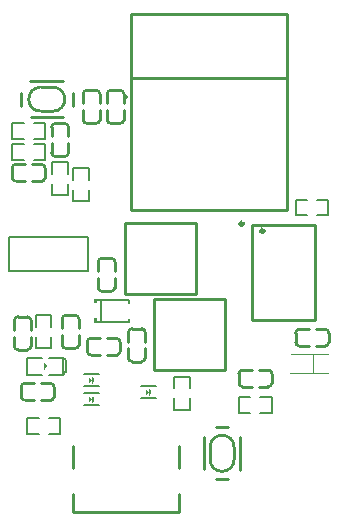
<source format=gto>
G04 Layer: TopSilkscreenLayer*
G04 EasyEDA v6.5.44, 2024-08-01 17:58:32*
G04 bf16dfa8b14249528ce45edaced80a03,d882a8cb847549dbb05e31b2b695811d,10*
G04 Gerber Generator version 0.2*
G04 Scale: 100 percent, Rotated: No, Reflected: No *
G04 Dimensions in millimeters *
G04 leading zeros omitted , absolute positions ,4 integer and 5 decimal *
%FSLAX45Y45*%
%MOMM*%

%ADD10C,0.2540*%
%ADD11C,0.1524*%
%ADD12C,0.1500*%
%ADD13C,0.1300*%
%ADD14C,0.1000*%
%ADD15C,0.0800*%
%ADD16C,0.3000*%
%ADD17C,0.0189*%

%LPD*%
G36*
X4495952Y4949901D02*
G01*
X4494987Y4877917D01*
X4520946Y4913884D01*
G37*
G36*
X4917998Y5484012D02*
G01*
X4917998Y5447030D01*
X4948478Y5447030D01*
X4948478Y5484012D01*
G37*
G36*
X4917998Y5320538D02*
G01*
X4917998Y5283555D01*
X4948478Y5283555D01*
X4948478Y5320538D01*
G37*
G36*
X5360416Y4725924D02*
G01*
X5360416Y4670044D01*
X5383276Y4697984D01*
G37*
G36*
X5406136Y4725924D02*
G01*
X5383276Y4697984D01*
X5406136Y4670044D01*
G37*
G36*
X4923536Y4827524D02*
G01*
X4900676Y4799584D01*
X4923536Y4771644D01*
G37*
G36*
X4877816Y4827524D02*
G01*
X4877816Y4771644D01*
X4900676Y4799584D01*
G37*
G36*
X4923536Y4662424D02*
G01*
X4900676Y4634484D01*
X4923536Y4606544D01*
G37*
G36*
X4877816Y4662424D02*
G01*
X4877816Y4606544D01*
X4900676Y4634484D01*
G37*
D10*
X5186400Y5529300D02*
G01*
X5186400Y6129299D01*
X5786399Y6129299D01*
X5786399Y5529300D01*
X5186400Y5529300D01*
X4745878Y4052417D02*
G01*
X4745878Y4238708D01*
X5639876Y3680579D02*
G01*
X4745878Y3680579D01*
X4745878Y3828709D01*
X5639876Y4052382D02*
G01*
X5639876Y4238744D01*
X5639876Y3680579D02*
G01*
X5639876Y3828745D01*
D11*
X4201279Y6011842D02*
G01*
X4866520Y6011842D01*
X4866520Y5717562D01*
X4201279Y5717562D01*
X4201279Y6011842D01*
D10*
X6794500Y6108700D02*
G01*
X6261100Y6108700D01*
X6261100Y5308600D01*
X6794500Y5308600D01*
X6794500Y6108700D01*
X6552801Y6234501D02*
G01*
X6552803Y7894505D01*
X6552803Y7354498D02*
G01*
X5232796Y7354498D01*
X5232796Y7894502D02*
G01*
X6552803Y7894502D01*
X5232798Y6234501D02*
G01*
X5232796Y7894502D01*
X5232798Y6234501D02*
G01*
X6552801Y6234501D01*
X4572000Y7073900D02*
G01*
X4470400Y7073900D01*
X4572000Y7277100D02*
G01*
X4470400Y7277100D01*
X4301210Y7121118D02*
G01*
X4301210Y7229881D01*
X4384558Y7023112D02*
G01*
X4657841Y7023112D01*
X4741189Y7121118D02*
G01*
X4741189Y7229881D01*
X4659309Y7330490D02*
G01*
X4383090Y7330490D01*
X5903975Y4126484D02*
G01*
X5903975Y4228084D01*
X6107175Y4126484D02*
G01*
X6107175Y4228084D01*
X5951194Y4397273D02*
G01*
X6059957Y4397273D01*
X5853188Y4313925D02*
G01*
X5853188Y4040642D01*
X5951194Y3957294D02*
G01*
X6059957Y3957294D01*
X6160566Y4039174D02*
G01*
X6160566Y4315393D01*
D11*
X4877836Y6493205D02*
G01*
X4877836Y6589092D01*
X4745715Y6589092D01*
X4745715Y6493205D01*
X4877836Y6407962D02*
G01*
X4877836Y6312075D01*
X4745715Y6312075D01*
X4745715Y6407962D01*
X6810197Y6194023D02*
G01*
X6906084Y6194023D01*
X6906084Y6326144D01*
X6810197Y6326144D01*
X6724954Y6194023D02*
G01*
X6629067Y6194023D01*
X6629067Y6326144D01*
X6724954Y6326144D01*
X4567915Y6458762D02*
G01*
X4567915Y6362875D01*
X4700036Y6362875D01*
X4700036Y6458762D01*
X4567915Y6544005D02*
G01*
X4567915Y6639892D01*
X4700036Y6639892D01*
X4700036Y6544005D01*
X4324654Y6973844D02*
G01*
X4228767Y6973844D01*
X4228767Y6841723D01*
X4324654Y6841723D01*
X4409897Y6973844D02*
G01*
X4505784Y6973844D01*
X4505784Y6841723D01*
X4409897Y6841723D01*
X4324654Y6796044D02*
G01*
X4228767Y6796044D01*
X4228767Y6663923D01*
X4324654Y6663923D01*
X4409897Y6796044D02*
G01*
X4505784Y6796044D01*
X4505784Y6663923D01*
X4409897Y6663923D01*
X6329121Y4518639D02*
G01*
X6425008Y4518639D01*
X6425008Y4650760D01*
X6329121Y4650760D01*
X6243878Y4518639D02*
G01*
X6147991Y4518639D01*
X6147991Y4650760D01*
X6243878Y4650760D01*
X5730260Y4728921D02*
G01*
X5730260Y4824808D01*
X5598139Y4824808D01*
X5598139Y4728921D01*
X5730260Y4643678D02*
G01*
X5730260Y4547791D01*
X5598139Y4547791D01*
X5598139Y4643678D01*
X4538421Y4340839D02*
G01*
X4634308Y4340839D01*
X4634308Y4472960D01*
X4538421Y4472960D01*
X4453178Y4340839D02*
G01*
X4357291Y4340839D01*
X4357291Y4472960D01*
X4453178Y4472960D01*
X4428215Y5163362D02*
G01*
X4428215Y5067475D01*
X4560336Y5067475D01*
X4560336Y5163362D01*
X4428215Y5248605D02*
G01*
X4428215Y5344492D01*
X4560336Y5344492D01*
X4560336Y5248605D01*
D12*
X4543976Y4986883D02*
G01*
X4658974Y4986883D01*
X4658974Y4841885D01*
X4538974Y4841885D01*
X4476976Y4840884D02*
G01*
X4352975Y4840884D01*
X4352975Y4985882D01*
X4476976Y4985882D01*
X4658974Y4986883D02*
G01*
X4661976Y4986883D01*
X4681976Y4966883D01*
X4681976Y4864884D01*
X4678974Y4861885D01*
X4658974Y4841885D01*
D10*
X6027699Y5481599D02*
G01*
X6027699Y4881600D01*
X5427700Y4881600D01*
X5427700Y5481599D01*
X6027699Y5481599D01*
D11*
X4940856Y5476405D02*
G01*
X5216095Y5476405D01*
X5216095Y5476405D02*
G01*
X5216095Y5452104D01*
X4940856Y5291162D02*
G01*
X5216095Y5291162D01*
X5216095Y5291162D02*
G01*
X5216095Y5315463D01*
X4981795Y5476405D02*
G01*
X4981795Y5291162D01*
D13*
X5448277Y4647984D02*
G01*
X5318274Y4647984D01*
X5448277Y4747983D02*
G01*
X5318274Y4747983D01*
D14*
X5383275Y4675123D02*
G01*
X5383275Y4723384D01*
D13*
X4835674Y4849583D02*
G01*
X4965677Y4849583D01*
X4835674Y4749584D02*
G01*
X4965677Y4749584D01*
D14*
X4900675Y4822444D02*
G01*
X4900675Y4774184D01*
D13*
X4835674Y4684483D02*
G01*
X4965677Y4684483D01*
X4835674Y4584484D02*
G01*
X4965677Y4584484D01*
D14*
X4900675Y4657344D02*
G01*
X4900675Y4609084D01*
D15*
X6901179Y5020310D02*
G01*
X6586220Y5020310D01*
X6903720Y4860289D02*
G01*
X6583679Y4860289D01*
X6776049Y5020310D02*
G01*
X6775676Y4860289D01*
D10*
X6908101Y5196177D02*
G01*
X6908101Y5116174D01*
X6797126Y5227162D02*
G01*
X6877123Y5227162D01*
X6797126Y5085196D02*
G01*
X6877123Y5085196D01*
X6739536Y5227744D02*
G01*
X6659537Y5227744D01*
X6628554Y5196761D02*
G01*
X6628554Y5116763D01*
X6739536Y5085783D02*
G01*
X6659537Y5085783D01*
X4860698Y7249985D02*
G01*
X4940701Y7249985D01*
X4829713Y7139010D02*
G01*
X4829713Y7219007D01*
X4971679Y7139010D02*
G01*
X4971679Y7219007D01*
X4829131Y7081420D02*
G01*
X4829131Y7001421D01*
X4860114Y6970438D02*
G01*
X4940112Y6970438D01*
X4971092Y7081420D02*
G01*
X4971092Y7001421D01*
X5063898Y7249985D02*
G01*
X5143901Y7249985D01*
X5032913Y7139010D02*
G01*
X5032913Y7219007D01*
X5174879Y7139010D02*
G01*
X5174879Y7219007D01*
X5032331Y7081420D02*
G01*
X5032331Y7001421D01*
X5063314Y6970438D02*
G01*
X5143312Y6970438D01*
X5174292Y7081420D02*
G01*
X5174292Y7001421D01*
X4228274Y6512206D02*
G01*
X4228274Y6592209D01*
X4339249Y6481221D02*
G01*
X4259252Y6481221D01*
X4339249Y6623187D02*
G01*
X4259252Y6623187D01*
X4396839Y6480639D02*
G01*
X4476838Y6480639D01*
X4507821Y6511622D02*
G01*
X4507821Y6591620D01*
X4396839Y6622600D02*
G01*
X4476838Y6622600D01*
X4593998Y6970585D02*
G01*
X4674001Y6970585D01*
X4563013Y6859610D02*
G01*
X4563013Y6939607D01*
X4704979Y6859610D02*
G01*
X4704979Y6939607D01*
X4562431Y6802020D02*
G01*
X4562431Y6722021D01*
X4593414Y6691038D02*
G01*
X4673412Y6691038D01*
X4704392Y6802020D02*
G01*
X4704392Y6722021D01*
X6147498Y4773322D02*
G01*
X6147498Y4853325D01*
X6258473Y4742337D02*
G01*
X6178476Y4742337D01*
X6258473Y4884303D02*
G01*
X6178476Y4884303D01*
X6316063Y4741755D02*
G01*
X6396062Y4741755D01*
X6427045Y4772738D02*
G01*
X6427045Y4852736D01*
X6316063Y4883716D02*
G01*
X6396062Y4883716D01*
X5323177Y4953698D02*
G01*
X5243174Y4953698D01*
X5354162Y5064673D02*
G01*
X5354162Y4984676D01*
X5212196Y5064673D02*
G01*
X5212196Y4984676D01*
X5354744Y5122263D02*
G01*
X5354744Y5202262D01*
X5323761Y5233245D02*
G01*
X5243763Y5233245D01*
X5212783Y5122263D02*
G01*
X5212783Y5202262D01*
X5142801Y5119977D02*
G01*
X5142801Y5039974D01*
X5031826Y5150962D02*
G01*
X5111823Y5150962D01*
X5031826Y5008996D02*
G01*
X5111823Y5008996D01*
X4974236Y5151544D02*
G01*
X4894237Y5151544D01*
X4863254Y5120561D02*
G01*
X4863254Y5040563D01*
X4974236Y5009583D02*
G01*
X4894237Y5009583D01*
X4304474Y4658006D02*
G01*
X4304474Y4738009D01*
X4415449Y4627021D02*
G01*
X4335452Y4627021D01*
X4415449Y4768987D02*
G01*
X4335452Y4768987D01*
X4473039Y4626439D02*
G01*
X4553038Y4626439D01*
X4584021Y4657422D02*
G01*
X4584021Y4737420D01*
X4473039Y4768400D02*
G01*
X4553038Y4768400D01*
X4278022Y5333301D02*
G01*
X4358025Y5333301D01*
X4247037Y5222326D02*
G01*
X4247037Y5302323D01*
X4389003Y5222326D02*
G01*
X4389003Y5302323D01*
X4246455Y5164736D02*
G01*
X4246455Y5084737D01*
X4277438Y5053754D02*
G01*
X4357436Y5053754D01*
X4388416Y5164736D02*
G01*
X4388416Y5084737D01*
X5067653Y5549582D02*
G01*
X4987650Y5549582D01*
X5098638Y5660557D02*
G01*
X5098638Y5580560D01*
X4956672Y5660557D02*
G01*
X4956672Y5580560D01*
X5099220Y5718147D02*
G01*
X5099220Y5798146D01*
X5068237Y5829129D02*
G01*
X4988239Y5829129D01*
X4957259Y5718147D02*
G01*
X4957259Y5798146D01*
X4682898Y5344985D02*
G01*
X4762901Y5344985D01*
X4651913Y5234010D02*
G01*
X4651913Y5314007D01*
X4793879Y5234010D02*
G01*
X4793879Y5314007D01*
X4651331Y5176420D02*
G01*
X4651331Y5096421D01*
X4682314Y5065438D02*
G01*
X4762312Y5065438D01*
X4793292Y5176420D02*
G01*
X4793292Y5096421D01*
G75*
G01*
X4470400Y7073900D02*
G02*
X4470400Y7277100I0J101600D01*
G75*
G01*
X4572000Y7277100D02*
G02*
X4572000Y7073900I0J-101600D01*
G75*
G01*
X5903976Y4228084D02*
G02*
X6107176Y4228084I101600J0D01*
G75*
G01*
X6107176Y4126484D02*
G02*
X5903976Y4126484I-101600J0D01*
G75*
G01*
X6628549Y5196761D02*
G02*
X6659532Y5227744I30983J0D01*
G75*
G01*
X6659532Y5085778D02*
G02*
X6628549Y5116764I0J30983D01*
G75*
G01*
X6877119Y5227163D02*
G02*
X6908101Y5196177I0J-30983D01*
G75*
G01*
X6908101Y5116180D02*
G02*
X6877119Y5085197I-30982J0D01*
G75*
G01*
X4860115Y6970433D02*
G02*
X4829132Y7001416I0J30983D01*
G75*
G01*
X4971097Y7001416D02*
G02*
X4940112Y6970433I-30982J0D01*
G75*
G01*
X4829713Y7219003D02*
G02*
X4860699Y7249985I30983J0D01*
G75*
G01*
X4940696Y7249985D02*
G02*
X4971679Y7219003I0J-30982D01*
G75*
G01*
X5063315Y6970433D02*
G02*
X5032332Y7001416I0J30983D01*
G75*
G01*
X5174297Y7001416D02*
G02*
X5143312Y6970433I-30982J0D01*
G75*
G01*
X5032913Y7219003D02*
G02*
X5063899Y7249985I30983J0D01*
G75*
G01*
X5143896Y7249985D02*
G02*
X5174879Y7219003I0J-30982D01*
G75*
G01*
X4507827Y6511623D02*
G02*
X4476844Y6480640I-30983J0D01*
G75*
G01*
X4476844Y6622606D02*
G02*
X4507827Y6591620I0J-30983D01*
G75*
G01*
X4259257Y6481221D02*
G02*
X4228274Y6512207I0J30983D01*
G75*
G01*
X4228274Y6592204D02*
G02*
X4259257Y6623187I30983J0D01*
G75*
G01*
X4593415Y6691033D02*
G02*
X4562432Y6722016I0J30983D01*
G75*
G01*
X4704397Y6722016D02*
G02*
X4673412Y6691033I-30982J0D01*
G75*
G01*
X4563013Y6939603D02*
G02*
X4593999Y6970585I30983J0D01*
G75*
G01*
X4673996Y6970585D02*
G02*
X4704979Y6939603I0J-30982D01*
G75*
G01*
X6427051Y4772739D02*
G02*
X6396068Y4741756I-30983J0D01*
G75*
G01*
X6396068Y4883722D02*
G02*
X6427051Y4852736I0J-30983D01*
G75*
G01*
X6178481Y4742337D02*
G02*
X6147499Y4773323I0J30983D01*
G75*
G01*
X6147499Y4853320D02*
G02*
X6178481Y4884303I30982J0D01*
G75*
G01*
X5323761Y5233251D02*
G02*
X5354744Y5202268I0J-30983D01*
G75*
G01*
X5212778Y5202268D02*
G02*
X5243764Y5233251I30983J0D01*
G75*
G01*
X5354163Y4984681D02*
G02*
X5323177Y4953699I-30983J0D01*
G75*
G01*
X5243180Y4953699D02*
G02*
X5212197Y4984681I0J30982D01*
G75*
G01*
X4863249Y5120561D02*
G02*
X4894232Y5151544I30983J0D01*
G75*
G01*
X4894232Y5009578D02*
G02*
X4863249Y5040564I0J30983D01*
G75*
G01*
X5111819Y5150963D02*
G02*
X5142801Y5119977I0J-30983D01*
G75*
G01*
X5142801Y5039980D02*
G02*
X5111819Y5008997I-30982J0D01*
G75*
G01*
X4584027Y4657423D02*
G02*
X4553044Y4626440I-30983J0D01*
G75*
G01*
X4553044Y4768406D02*
G02*
X4584027Y4737420I0J-30983D01*
G75*
G01*
X4335457Y4627021D02*
G02*
X4304474Y4658007I0J30983D01*
G75*
G01*
X4304474Y4738004D02*
G02*
X4335457Y4768987I30983J0D01*
G75*
G01*
X4277439Y5053749D02*
G02*
X4246456Y5084732I0J30983D01*
G75*
G01*
X4388422Y5084732D02*
G02*
X4357436Y5053749I-30983J0D01*
G75*
G01*
X4247037Y5302319D02*
G02*
X4278023Y5333301I30983J0D01*
G75*
G01*
X4358020Y5333301D02*
G02*
X4389003Y5302319I0J-30982D01*
G75*
G01*
X5068237Y5829135D02*
G02*
X5099220Y5798152I0J-30983D01*
G75*
G01*
X4957254Y5798152D02*
G02*
X4988240Y5829135I30983J0D01*
G75*
G01*
X5098639Y5580565D02*
G02*
X5067653Y5549583I-30983J0D01*
G75*
G01*
X4987656Y5549583D02*
G02*
X4956673Y5580565I0J30982D01*
G75*
G01*
X4682315Y5065433D02*
G02*
X4651332Y5096416I0J30983D01*
G75*
G01*
X4793297Y5096416D02*
G02*
X4762312Y5065433I-30982J0D01*
G75*
G01*
X4651913Y5314003D02*
G02*
X4682899Y5344985I30983J0D01*
G75*
G01*
X4762896Y5344985D02*
G02*
X4793879Y5314003I0J-30982D01*
D16*
G75*
G01
X6360922Y6059805D02*
G03X6360922Y6059805I-15011J0D01*
G75*
G01
X6186602Y6120435D02*
G03X6186602Y6120435I-15011J0D01*
D10*
G75*
G01
X5202809Y7194499D02*
G03X5202809Y7194499I-10008J0D01*
M02*

</source>
